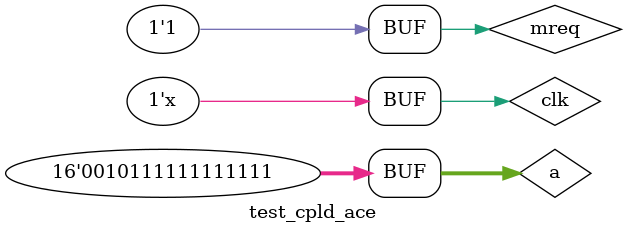
<source format=v>
`timescale 1ns / 1ps


module test_jace_en_fpga;

	// Inputs
	reg clk;

	// Outputs
	wire mic,spk,sync,video;

	// Instantiate the Unit Under Test (UUT)

   jace_en_fpga uut (
		clk,
	   0,
	   spk,
	   mic,
	   video,
	   sync
		);

	always #77 clk = !clk;
	initial
		begin
			clk = 0;
		end		
endmodule

module test_cpld_ace;

	// Inputs
	reg clk;
	reg [15:0] a;
	reg mreq;

	// Outputs
	wire cpuclk,intr;
	wire [5:0] db;
	wire cpuwait;
	wire romce,ramce,sramce,cramce,scramoe,scramwr;
	wire [9:0] sramab;
	wire [9:0] cramab;
	wire mic,spk,sync,video;

	// Instantiate the Unit Under Test (UUT)
	jace uut (clk, cpuclk, a, db, mreq, 1, 1, 1, intr, cpuwait,
	romce,      /* Habilitación ROM */
	ramce,      /* Habilitación RAM de usuario */
	sramce,     /* Habilitación de la RAM de pantalla */
	cramce,     /* Habilitación de la RAM de caracteres */
	scramoe,    /* OE de ambas RAM's: de pantalla y de caracteres */
	scramwr,    /* WE de ambas RAM's: de pantalla y de caracteres */
	8'hF0,  /* Entrada paralelo al registro de desplazamiento. Viene del bus de datos de la RAM de caracteres */
	0,      /* Bit 7 leído de la RAM de pantalla. Indica si el caracter debe invertirse o no */
	sramab,  /* Al bus de direcciones de la RAM de pantalla */
	cramab,  /* Al bus de direcciones de la RAM de caracteres */
	5'b11111, /* Teclado */
	0, /* EAR */
	mic,
	spk,
	sync,
	video       /* Señal de video, sin sincronismos */
	);

	always #77 clk = !clk;
	initial
		begin
			clk = 0;
			a = 0;
			#16000
			a = 16'h27FF;
			mreq = 0;
			#24000
			mreq = 1;
			#40000
			a = 16'h2FFF;
			mreq = 0;
			#24000
			mreq = 1;			
		end		
endmodule

</source>
